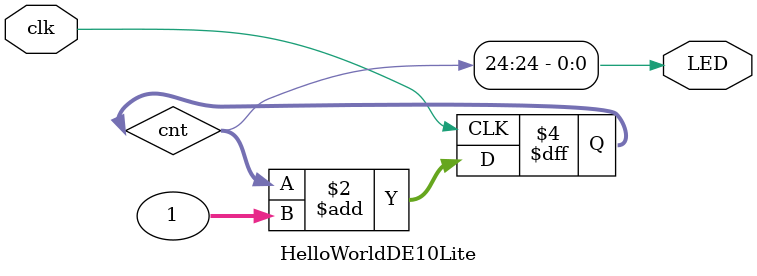
<source format=v>
	module HelloWorldDE10Lite (
	input wire clk, // 50MHz input clock
	output wire LED // LED ouput
	);

// create a binary counter
	reg [31:0] cnt; // 32-bit counter

initial begin

cnt <= 32'h00000000; // start at zero

end

always @(posedge clk) begin

cnt <= cnt + 1; // count up

end

//assign LED to 25th bit of the counter to blink the LED at a few Hz
assign LED = cnt[24];

endmodule
</source>
